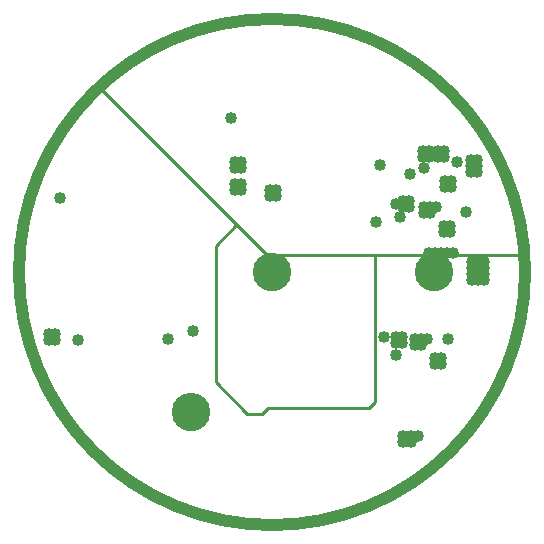
<source format=gbr>
G04 Layer_Physical_Order=2*
G04 Layer_Color=32768*
%FSLAX25Y25*%
%MOIN*%
%TF.FileFunction,Copper,L2,Inr,Plane*%
%TF.Part,Single*%
G01*
G75*
%ADD26C,0.01000*%
%ADD27C,0.04000*%
%TA.AperFunction,ConnectorPad*%
%ADD33C,0.12843*%
%TA.AperFunction,ViaPad*%
%ADD34C,0.04000*%
D26*
X84584Y91720D02*
X170416D01*
X28539Y147765D02*
X84584Y91720D01*
X74305Y101805D02*
X74500D01*
X67500Y95000D02*
X74305Y101805D01*
X67500Y49500D02*
Y95000D01*
Y49500D02*
X78000Y39000D01*
X83000D01*
X85000Y41000D01*
X118500D01*
X120500Y43000D01*
Y91720D01*
D27*
X86201Y1850D02*
G03*
X170551Y86201I0J84350D01*
G01*
D02*
G03*
X86201Y170551I-84350J0D01*
G01*
D02*
G03*
X1850Y86201I0J-84350D01*
G01*
D02*
G03*
X86201Y1850I84350J0D01*
G01*
D33*
Y86201D02*
D03*
X59183Y39405D02*
D03*
X140236Y86201D02*
D03*
D34*
X15500Y111000D02*
D03*
X148000Y123000D02*
D03*
X60000Y66500D02*
D03*
X121000Y103000D02*
D03*
X85500Y111500D02*
D03*
X87500D02*
D03*
X85500Y113500D02*
D03*
X87500D02*
D03*
X146500Y92500D02*
D03*
X144500D02*
D03*
X142500D02*
D03*
X140500D02*
D03*
X138500D02*
D03*
X74000Y113500D02*
D03*
X76000D02*
D03*
Y115500D02*
D03*
X74000D02*
D03*
Y121000D02*
D03*
X76000D02*
D03*
Y123000D02*
D03*
X74000D02*
D03*
X143500Y124500D02*
D03*
Y126500D02*
D03*
X141500Y124500D02*
D03*
Y126500D02*
D03*
X137000Y121000D02*
D03*
X136500Y126500D02*
D03*
Y124500D02*
D03*
X138500D02*
D03*
Y126500D02*
D03*
X127500Y109000D02*
D03*
X132143Y119000D02*
D03*
X130000Y110000D02*
D03*
Y108000D02*
D03*
X144000Y114500D02*
D03*
X146000D02*
D03*
X144000Y116500D02*
D03*
X146000D02*
D03*
X150827Y106173D02*
D03*
X137000Y106000D02*
D03*
X139000D02*
D03*
Y108000D02*
D03*
X141000D02*
D03*
X137000D02*
D03*
X132000Y110000D02*
D03*
Y108000D02*
D03*
X145500Y99500D02*
D03*
Y101500D02*
D03*
X143500Y99500D02*
D03*
Y101500D02*
D03*
X129000Y104500D02*
D03*
X122173Y122000D02*
D03*
X154500Y121500D02*
D03*
Y123500D02*
D03*
X152500D02*
D03*
Y121500D02*
D03*
Y119500D02*
D03*
X154500D02*
D03*
X72500Y137500D02*
D03*
X129500Y64500D02*
D03*
X127500D02*
D03*
Y62500D02*
D03*
X129500D02*
D03*
X142500Y55500D02*
D03*
X140500D02*
D03*
X142500Y57500D02*
D03*
X140500D02*
D03*
X136000Y62000D02*
D03*
X134000D02*
D03*
X138000Y64000D02*
D03*
X136000D02*
D03*
X134000D02*
D03*
X127500Y58500D02*
D03*
X145000Y64000D02*
D03*
X123500Y64500D02*
D03*
X21500Y63500D02*
D03*
X51500Y64000D02*
D03*
X157000Y83500D02*
D03*
X155000D02*
D03*
X153000D02*
D03*
X157000Y85500D02*
D03*
X155000D02*
D03*
X153000D02*
D03*
Y87500D02*
D03*
X155000D02*
D03*
X157000D02*
D03*
Y89500D02*
D03*
X155000D02*
D03*
X153000D02*
D03*
X12000Y65500D02*
D03*
X14000D02*
D03*
Y63500D02*
D03*
X12000D02*
D03*
X130000Y31500D02*
D03*
X132500D02*
D03*
X130000Y29500D02*
D03*
X132500D02*
D03*
X135000Y31500D02*
D03*
%TF.MD5,6408018FEA1E1F26F63F62EEF3CCBA76*%
M02*

</source>
